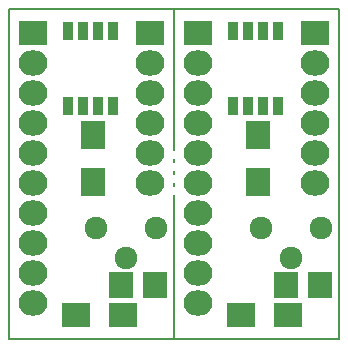
<source format=gbr>
%TF.GenerationSoftware,KiCad,Pcbnew,4.0.1+dfsg1-stable*%
%TF.CreationDate,2016-02-24T22:56:22+01:00*%
%TF.ProjectId,iotad,696F7461642E6B696361645F70636200,rev?*%
%TF.FileFunction,Soldermask,Top*%
%FSLAX46Y46*%
G04 Gerber Fmt 4.6, Leading zero omitted, Abs format (unit mm)*
G04 Created by KiCad (PCBNEW 4.0.1+dfsg1-stable) date Wed 24 Feb 2016 10:56:22 PM CET*
%MOMM*%
G01*
G04 APERTURE LIST*
%ADD10C,0.100000*%
%ADD11C,0.150000*%
%ADD12C,1.924000*%
%ADD13R,0.908000X1.543000*%
%ADD14R,2.100000X2.400000*%
%ADD15R,2.400000X2.100000*%
%ADD16R,2.432000X2.127200*%
%ADD17O,2.432000X2.127200*%
%ADD18R,1.997660X2.200860*%
G04 APERTURE END LIST*
D10*
D11*
X151130000Y-116332000D02*
X151130000Y-116586000D01*
X151130000Y-115316000D02*
X151130000Y-115570000D01*
X151130000Y-114300000D02*
X151130000Y-114554000D01*
X151130000Y-113538000D02*
X151130000Y-101600000D01*
X151130000Y-129540000D02*
X151130000Y-117348000D01*
X165100000Y-101600000D02*
X165100000Y-129540000D01*
X137160000Y-129540000D02*
X165100000Y-129540000D01*
X137160000Y-101600000D02*
X137160000Y-129540000D01*
X137160000Y-101600000D02*
X165100000Y-101600000D01*
D12*
X161036000Y-122682000D03*
X158496000Y-120142000D03*
X163576000Y-120142000D03*
D13*
X159893000Y-109855000D03*
X158623000Y-109855000D03*
X157353000Y-109855000D03*
X156083000Y-109855000D03*
X156083000Y-103505000D03*
X157353000Y-103505000D03*
X158623000Y-103505000D03*
X159893000Y-103505000D03*
D14*
X158242000Y-112300000D03*
X158242000Y-116300000D03*
D15*
X160750000Y-127508000D03*
X156750000Y-127508000D03*
D16*
X163068000Y-103632000D03*
D17*
X163068000Y-106172000D03*
X163068000Y-108712000D03*
X163068000Y-111252000D03*
X163068000Y-113792000D03*
X163068000Y-116332000D03*
D16*
X153162000Y-103632000D03*
D17*
X153162000Y-106172000D03*
X153162000Y-108712000D03*
X153162000Y-111252000D03*
X153162000Y-113792000D03*
X153162000Y-116332000D03*
X153162000Y-118872000D03*
X153162000Y-121412000D03*
X153162000Y-123952000D03*
X153162000Y-126492000D03*
D18*
X160632140Y-124968000D03*
X163471860Y-124968000D03*
X146662140Y-124968000D03*
X149501860Y-124968000D03*
D16*
X139192000Y-103632000D03*
D17*
X139192000Y-106172000D03*
X139192000Y-108712000D03*
X139192000Y-111252000D03*
X139192000Y-113792000D03*
X139192000Y-116332000D03*
X139192000Y-118872000D03*
X139192000Y-121412000D03*
X139192000Y-123952000D03*
X139192000Y-126492000D03*
D16*
X149098000Y-103632000D03*
D17*
X149098000Y-106172000D03*
X149098000Y-108712000D03*
X149098000Y-111252000D03*
X149098000Y-113792000D03*
X149098000Y-116332000D03*
D15*
X146780000Y-127508000D03*
X142780000Y-127508000D03*
D14*
X144272000Y-112300000D03*
X144272000Y-116300000D03*
D13*
X145923000Y-109855000D03*
X144653000Y-109855000D03*
X143383000Y-109855000D03*
X142113000Y-109855000D03*
X142113000Y-103505000D03*
X143383000Y-103505000D03*
X144653000Y-103505000D03*
X145923000Y-103505000D03*
D12*
X147066000Y-122682000D03*
X144526000Y-120142000D03*
X149606000Y-120142000D03*
M02*

</source>
